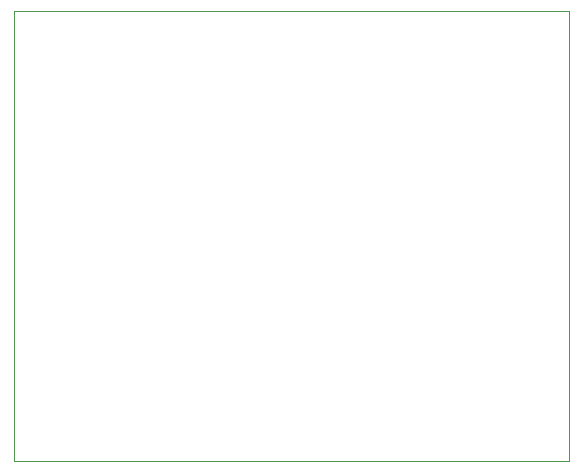
<source format=gbr>
G04 #@! TF.GenerationSoftware,KiCad,Pcbnew,(5.1.5)-3*
G04 #@! TF.CreationDate,2019-12-24T13:43:56+08:00*
G04 #@! TF.ProjectId,test,74657374-2e6b-4696-9361-645f70636258,rev?*
G04 #@! TF.SameCoordinates,Original*
G04 #@! TF.FileFunction,Profile,NP*
%FSLAX46Y46*%
G04 Gerber Fmt 4.6, Leading zero omitted, Abs format (unit mm)*
G04 Created by KiCad (PCBNEW (5.1.5)-3) date 2019-12-24 13:43:56*
%MOMM*%
%LPD*%
G04 APERTURE LIST*
%ADD10C,0.050000*%
G04 APERTURE END LIST*
D10*
X24130000Y-43180000D02*
X26670000Y-43180000D01*
X24130000Y-81280000D02*
X24130000Y-43180000D01*
X71120000Y-81280000D02*
X24130000Y-81280000D01*
X71120000Y-43180000D02*
X71120000Y-81280000D01*
X26670000Y-43180000D02*
X71120000Y-43180000D01*
M02*

</source>
